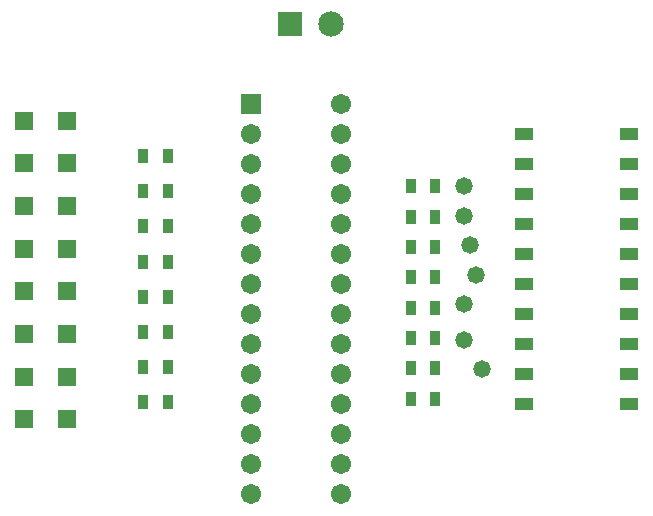
<source format=gbr>
%TF.GenerationSoftware,Altium Limited,Altium Designer,22.1.2 (22)*%
G04 Layer_Color=8388736*
%FSLAX26Y26*%
%MOIN*%
%TF.SameCoordinates,26ABD0B8-493F-4C78-88A6-316F46C79C97*%
%TF.FilePolarity,Negative*%
%TF.FileFunction,Soldermask,Top*%
%TF.Part,Single*%
G01*
G75*
%TA.AperFunction,SMDPad,CuDef*%
%ADD10R,0.059055X0.062992*%
%ADD11R,0.059055X0.043307*%
%ADD12R,0.035433X0.047244*%
%TA.AperFunction,ComponentPad*%
%ADD20C,0.084772*%
%ADD21R,0.084772X0.084772*%
%ADD22C,0.067055*%
%ADD23R,0.067055X0.067055*%
%TA.AperFunction,ViaPad*%
%ADD24C,0.058000*%
D10*
X3065197Y2342317D02*
D03*
X2923465D02*
D03*
X3065197Y2200174D02*
D03*
X2923465D02*
D03*
X3065197Y2484460D02*
D03*
X2923465D02*
D03*
X3065197Y2626603D02*
D03*
X2923465D02*
D03*
X3065197Y2768745D02*
D03*
X2923465D02*
D03*
X3065197Y3053031D02*
D03*
X2923465D02*
D03*
X3065197Y2910888D02*
D03*
X2923465D02*
D03*
X3065197Y2058032D02*
D03*
X2923465D02*
D03*
D11*
X4588583Y2109055D02*
D03*
Y2209055D02*
D03*
Y2309055D02*
D03*
Y2409055D02*
D03*
Y2509055D02*
D03*
Y2609055D02*
D03*
Y2709055D02*
D03*
Y2809055D02*
D03*
Y2909055D02*
D03*
Y3009055D02*
D03*
X4938976D02*
D03*
Y2909055D02*
D03*
Y2809055D02*
D03*
Y2709055D02*
D03*
Y2609055D02*
D03*
Y2509055D02*
D03*
Y2409055D02*
D03*
Y2309055D02*
D03*
Y2209055D02*
D03*
Y2109055D02*
D03*
D12*
X4293307Y2834645D02*
D03*
X4210630D02*
D03*
X4293307Y2733408D02*
D03*
X4210630D02*
D03*
X4293307Y2632171D02*
D03*
X4210630D02*
D03*
X4293307Y2530933D02*
D03*
X4210630D02*
D03*
X4293307Y2429696D02*
D03*
X4210630D02*
D03*
X4293307Y2328459D02*
D03*
X4210630D02*
D03*
X4293307Y2227222D02*
D03*
X4210630D02*
D03*
X4293307Y2125984D02*
D03*
X4210630D02*
D03*
X3317913Y2115000D02*
D03*
X3400591D02*
D03*
X3317913Y2232143D02*
D03*
X3400591D02*
D03*
X3317913Y2349286D02*
D03*
X3400591D02*
D03*
X3317913Y2466428D02*
D03*
X3400591D02*
D03*
X3317913Y2583571D02*
D03*
X3400591D02*
D03*
X3317913Y2700714D02*
D03*
X3400591D02*
D03*
X3317913Y2817857D02*
D03*
X3400591D02*
D03*
X3317913Y2935000D02*
D03*
X3400591D02*
D03*
D20*
X3946850Y3374016D02*
D03*
D21*
X3809055D02*
D03*
D22*
X3980000Y1810000D02*
D03*
Y1910000D02*
D03*
Y2010000D02*
D03*
Y2110000D02*
D03*
Y2210000D02*
D03*
Y2310000D02*
D03*
Y2410000D02*
D03*
Y2510000D02*
D03*
Y2610000D02*
D03*
Y2710000D02*
D03*
Y2810000D02*
D03*
Y2910000D02*
D03*
Y3010000D02*
D03*
Y3110000D02*
D03*
X3680000Y1810000D02*
D03*
Y1910000D02*
D03*
Y2010000D02*
D03*
Y2110000D02*
D03*
Y2210000D02*
D03*
Y2310000D02*
D03*
Y2410000D02*
D03*
Y2510000D02*
D03*
Y2610000D02*
D03*
Y2710000D02*
D03*
Y2810000D02*
D03*
Y2910000D02*
D03*
Y3010000D02*
D03*
D23*
Y3110000D02*
D03*
D24*
X4389764Y2834646D02*
D03*
Y2736220D02*
D03*
X4409449Y2637795D02*
D03*
X4429134Y2539370D02*
D03*
X4389764Y2440945D02*
D03*
Y2322835D02*
D03*
X4448819Y2224409D02*
D03*
%TF.MD5,24d3761e53d37e37f4c714f5146aae38*%
M02*

</source>
